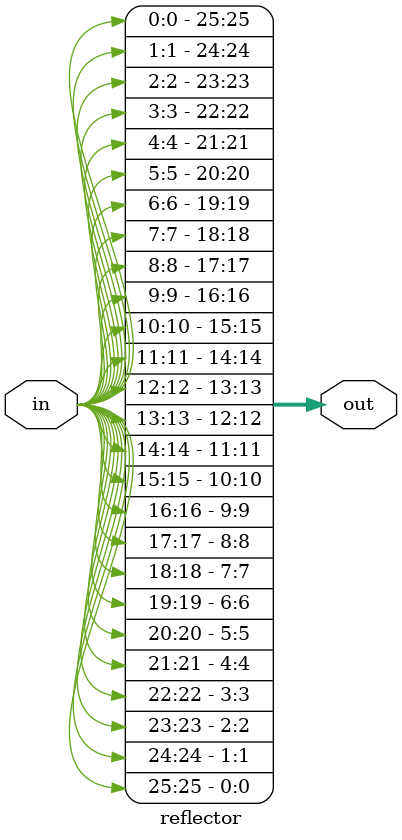
<source format=sv>
module reflector (
    input  [25:0] in,
    output [25:0] out
);
    assign out[0]  = in[25];  // A → Z
    assign out[1]  = in[24];  // B → Y
    assign out[2]  = in[23];  // C → X
    assign out[3]  = in[22];  // D → W
    assign out[4]  = in[21];  // E → V
    assign out[5]  = in[20];  // F → U
    assign out[6]  = in[19];  // G → T
    assign out[7]  = in[18];  // H → S
    assign out[8]  = in[17];  // I → R
    assign out[9]  = in[16];  // J → Q
    assign out[10] = in[15];  // K → P
    assign out[11] = in[14];  // L → O
    assign out[12] = in[13];  // M → N
    assign out[13] = in[12];  // N → M
    assign out[14] = in[11];  // O → L
    assign out[15] = in[10];  // P → K
    assign out[16] = in[9];   // Q → J
    assign out[17] = in[8];   // R → I
    assign out[18] = in[7];   // S → H
    assign out[19] = in[6];   // T → G
    assign out[20] = in[5];   // U → F
    assign out[21] = in[4];   // V → E
    assign out[22] = in[3];   // W → D
    assign out[23] = in[2];   // X → C
    assign out[24] = in[1];   // Y → B
    assign out[25] = in[0];   // Z → A
endmodule

</source>
